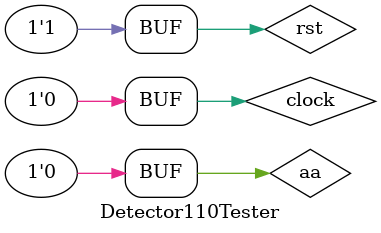
<source format=v>
`timescale 1ns/100ps

module Detector110Tester;
	reg aa, clock, rst;
	wire ww;
	
	Detector110 UUT (aa, clock, rst, ww);
	
	initial begin
		$dumpfile("Detector110Tester.vcd");
		$dumpvars(0, Detector110Tester);
		aa = 0; clock = 0; rst = 1;
	end
	initial repeat (44) #7 clock = ~clock;
	initial repeat (15) #23 aa = ~aa;
	initial begin
		#31 rst = 1;
		#23 rst = 0;
	end
	
	always @ (ww) if (ww == 1)
		$display ("A 1 was detected on w at time = %t", $time);
		
	// Show value of aa signal at every rising clock (after reset)
	always @ (clock) if (clock == 1 && rst == 0)
		$display ("%t: aa = %d", $time, aa);
endmodule

</source>
